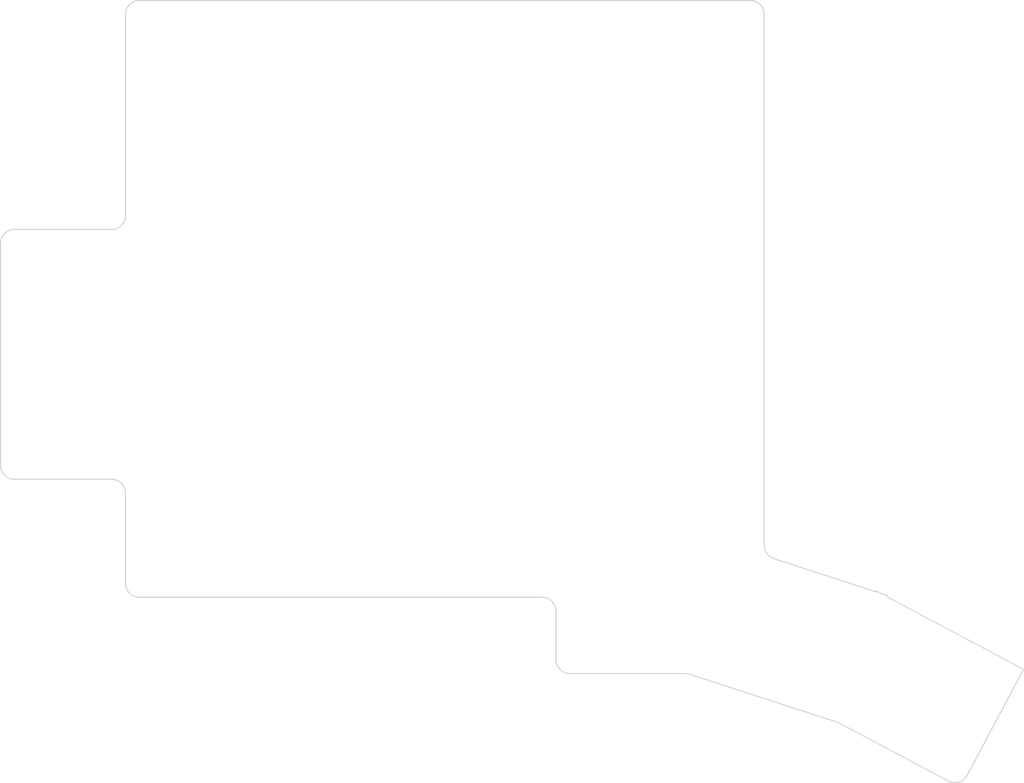
<source format=kicad_pcb>
(kicad_pcb
	(version 20241229)
	(generator "pcbnew")
	(generator_version "9.0")
	(general
		(thickness 1.6)
		(legacy_teardrops no)
	)
	(paper "A3")
	(title_block
		(title "main_pcb")
		(rev "v1.0.0")
		(company "Unknown")
	)
	(layers
		(0 "F.Cu" signal)
		(2 "B.Cu" signal)
		(9 "F.Adhes" user)
		(11 "B.Adhes" user)
		(13 "F.Paste" user)
		(15 "B.Paste" user)
		(5 "F.SilkS" user)
		(7 "B.SilkS" user)
		(1 "F.Mask" user)
		(3 "B.Mask" user)
		(17 "Dwgs.User" user)
		(19 "Cmts.User" user)
		(21 "Eco1.User" user)
		(23 "Eco2.User" user)
		(25 "Edge.Cuts" user)
		(27 "Margin" user)
		(31 "F.CrtYd" user)
		(29 "B.CrtYd" user)
		(35 "F.Fab" user)
		(33 "B.Fab" user)
	)
	(setup
		(pad_to_mask_clearance 0.05)
		(allow_soldermask_bridges_in_footprints no)
		(tenting front back)
		(pcbplotparams
			(layerselection 0x00000000_00000000_55555555_5755f5ff)
			(plot_on_all_layers_selection 0x00000000_00000000_00000000_00000000)
			(disableapertmacros no)
			(usegerberextensions no)
			(usegerberattributes yes)
			(usegerberadvancedattributes yes)
			(creategerberjobfile yes)
			(dashed_line_dash_ratio 12.000000)
			(dashed_line_gap_ratio 3.000000)
			(svgprecision 4)
			(plotframeref no)
			(mode 1)
			(useauxorigin no)
			(hpglpennumber 1)
			(hpglpenspeed 20)
			(hpglpendiameter 15.000000)
			(pdf_front_fp_property_popups yes)
			(pdf_back_fp_property_popups yes)
			(pdf_metadata yes)
			(pdf_single_document no)
			(dxfpolygonmode yes)
			(dxfimperialunits yes)
			(dxfusepcbnewfont yes)
			(psnegative no)
			(psa4output no)
			(plot_black_and_white yes)
			(sketchpadsonfab no)
			(plotpadnumbers no)
			(hidednponfab no)
			(sketchdnponfab yes)
			(crossoutdnponfab yes)
			(subtractmaskfromsilk no)
			(outputformat 1)
			(mirror no)
			(drillshape 0)
			(scaleselection 1)
			(outputdirectory "gerber")
		)
	)
	(net 0 "")
	(gr_line
		(start 170.920808 170.5)
		(end 192.678188 177.569401)
		(stroke
			(width 0.15)
			(type solid)
		)
		(layer "Edge.Cuts")
		(uuid "0a7217dd-1600-4d89-8a98-dde35e8c628a")
	)
	(gr_line
		(start 74 142.5)
		(end 88 142.5)
		(stroke
			(width 0.15)
			(type solid)
		)
		(layer "Edge.Cuts")
		(uuid "0df3d6e0-dfcc-4e5b-ab9e-e2061ef920dc")
	)
	(gr_line
		(start 198.168575 158.63009)
		(end 198.722697 158.924722)
		(stroke
			(width 0.15)
			(type solid)
		)
		(layer "Edge.Cuts")
		(uuid "3079c6f4-ac79-4f79-89a9-91f6fab5b5b6")
	)
	(gr_line
		(start 183.381966 153.940216)
		(end 198.116623 158.727797)
		(stroke
			(width 0.15)
			(type solid)
		)
		(layer "Edge.Cuts")
		(uuid "3cedfc9c-d842-490a-a701-b31e0be18057")
	)
	(gr_line
		(start 199.727581 159.251228)
		(end 199.670009 159.428417)
		(stroke
			(width 0.15)
			(type solid)
		)
		(layer "Edge.Cuts")
		(uuid "47ae0fa3-19de-4c4e-8abc-4675b4e86a73")
	)
	(gr_arc
		(start 72 108.5)
		(mid 72.585786 107.085786)
		(end 74 106.5)
		(stroke
			(width 0.15)
			(type solid)
		)
		(layer "Edge.Cuts")
		(uuid "4c7f737e-bc9a-4759-bbd1-ad95f4ea175c")
	)
	(gr_line
		(start 88 106.5)
		(end 74 106.5)
		(stroke
			(width 0.15)
			(type solid)
		)
		(layer "Edge.Cuts")
		(uuid "61283444-9744-4bc9-b4ee-1d3fe484d8f5")
	)
	(gr_arc
		(start 92 159.5)
		(mid 90.585786 158.914214)
		(end 90 157.5)
		(stroke
			(width 0.15)
			(type solid)
		)
		(layer "Edge.Cuts")
		(uuid "624729da-00c1-4282-8e54-a58a825ef93e")
	)
	(gr_arc
		(start 74 142.5)
		(mid 72.585786 141.914214)
		(end 72 140.5)
		(stroke
			(width 0.15)
			(type solid)
		)
		(layer "Edge.Cuts")
		(uuid "649f5190-1e93-4036-8c86-7702bf06e0b2")
	)
	(gr_line
		(start 198.116623 158.727797)
		(end 198.168575 158.63009)
		(stroke
			(width 0.15)
			(type solid)
		)
		(layer "Edge.Cuts")
		(uuid "7467158a-394e-403f-affa-cf67afbf9053")
	)
	(gr_arc
		(start 183.381966 153.940216)
		(mid 182.381966 153.213673)
		(end 182 152.038103)
		(stroke
			(width 0.15)
			(type solid)
		)
		(layer "Edge.Cuts")
		(uuid "792b1844-3e34-47be-adf5-87f4bae98b0e")
	)
	(gr_line
		(start 192.678188 177.569401)
		(end 208.532621 185.999353)
		(stroke
			(width 0.15)
			(type solid)
		)
		(layer "Edge.Cuts")
		(uuid "7bb540fc-e5e7-4b13-92c8-ef776bc0b7f1")
	)
	(gr_arc
		(start 150 159.5)
		(mid 151.414214 160.085786)
		(end 152 161.5)
		(stroke
			(width 0.15)
			(type solid)
		)
		(layer "Edge.Cuts")
		(uuid "7d0fff25-a168-470e-bd41-a5ae71349d32")
	)
	(gr_arc
		(start 90 75.5)
		(mid 90.585786 74.085786)
		(end 92 73.5)
		(stroke
			(width 0.15)
			(type solid)
		)
		(layer "Edge.Cuts")
		(uuid "8ef5aaf9-5a63-4a97-9513-fe33a8b0018d")
	)
	(gr_arc
		(start 211.237459 185.172401)
		(mid 210.056307 186.146067)
		(end 208.532621 185.999353)
		(stroke
			(width 0.15)
			(type solid)
		)
		(layer "Edge.Cuts")
		(uuid "96ebad06-8238-42ee-9a12-9d50723bf093")
	)
	(gr_line
		(start 211.237459 185.172401)
		(end 219.359317 169.897407)
		(stroke
			(width 0.15)
			(type solid)
		)
		(layer "Edge.Cuts")
		(uuid "99ab9893-2c82-472d-84a8-e9a081de3f64")
	)
	(gr_arc
		(start 154 170.5)
		(mid 152.585786 169.914214)
		(end 152 168.5)
		(stroke
			(width 0.15)
			(type solid)
		)
		(layer "Edge.Cuts")
		(uuid "9b892bfe-8afd-440c-a9ed-7e9b920197e4")
	)
	(gr_arc
		(start 90 104.5)
		(mid 89.414214 105.914214)
		(end 88 106.5)
		(stroke
			(width 0.15)
			(type solid)
		)
		(layer "Edge.Cuts")
		(uuid "a8f9f0fe-64a2-4aba-bde1-47ebb3f9ee9c")
	)
	(gr_line
		(start 92 73.5)
		(end 180 73.5)
		(stroke
			(width 0.15)
			(type solid)
		)
		(layer "Edge.Cuts")
		(uuid "abb837f0-e0c1-44c8-9afb-3424bcd14b8c")
	)
	(gr_line
		(start 154 170.5)
		(end 170.920808 170.5)
		(stroke
			(width 0.15)
			(type solid)
		)
		(layer "Edge.Cuts")
		(uuid "acc5668b-c579-4db8-83ef-2a5b103acf67")
	)
	(gr_line
		(start 199.670009 159.428417)
		(end 219.359317 169.897407)
		(stroke
			(width 0.15)
			(type solid)
		)
		(layer "Edge.Cuts")
		(uuid "b5e9073a-776b-476b-b33c-2633e94c4fcb")
	)
	(gr_line
		(start 198.722697 158.924722)
		(end 199.727581 159.251228)
		(stroke
			(width 0.15)
			(type solid)
		)
		(layer "Edge.Cuts")
		(uuid "c0875444-8283-49d7-95c7-9c6e4a3eb752")
	)
	(gr_line
		(start 72 140.5)
		(end 72 108.5)
		(stroke
			(width 0.15)
			(type solid)
		)
		(layer "Edge.Cuts")
		(uuid "c1cddfdb-af7d-4491-b066-c97093d52acf")
	)
	(gr_line
		(start 90 104.5)
		(end 90 75.5)
		(stroke
			(width 0.15)
			(type solid)
		)
		(layer "Edge.Cuts")
		(uuid "c3b5d3d6-92e7-49f2-9f0f-5206fe274783")
	)
	(gr_arc
		(start 180 73.5)
		(mid 181.414214 74.085786)
		(end 182 75.5)
		(stroke
			(width 0.15)
			(type solid)
		)
		(layer "Edge.Cuts")
		(uuid "c5f778ff-1a48-4e37-af72-11d2e1ac21bf")
	)
	(gr_line
		(start 90 157.5)
		(end 90 144.5)
		(stroke
			(width 0.15)
			(type solid)
		)
		(layer "Edge.Cuts")
		(uuid "d31164fd-d29a-4826-89ba-00d467b95e89")
	)
	(gr_line
		(start 92 159.5)
		(end 150 159.5)
		(stroke
			(width 0.15)
			(type solid)
		)
		(layer "Edge.Cuts")
		(uuid "ecbb44e9-389f-4031-9803-17bd8cbaedd8")
	)
	(gr_arc
		(start 88 142.5)
		(mid 89.414214 143.085786)
		(end 90 144.5)
		(stroke
			(width 0.15)
			(type solid)
		)
		(layer "Edge.Cuts")
		(uuid "f37476bd-d344-468f-89a2-150288ff7a66")
	)
	(gr_line
		(start 182 152.038103)
		(end 182 75.5)
		(stroke
			(width 0.15)
			(type solid)
		)
		(layer "Edge.Cuts")
		(uuid "f838917e-6daa-4106-908c-5288ab6bc83f")
	)
	(gr_line
		(start 152 161.5)
		(end 152 168.5)
		(stroke
			(width 0.15)
			(type solid)
		)
		(layer "Edge.Cuts")
		(uuid "fb49fd6c-8cf1-4c56-a9a9-3112b1cc219a")
	)
	(embedded_fonts no)
)

</source>
